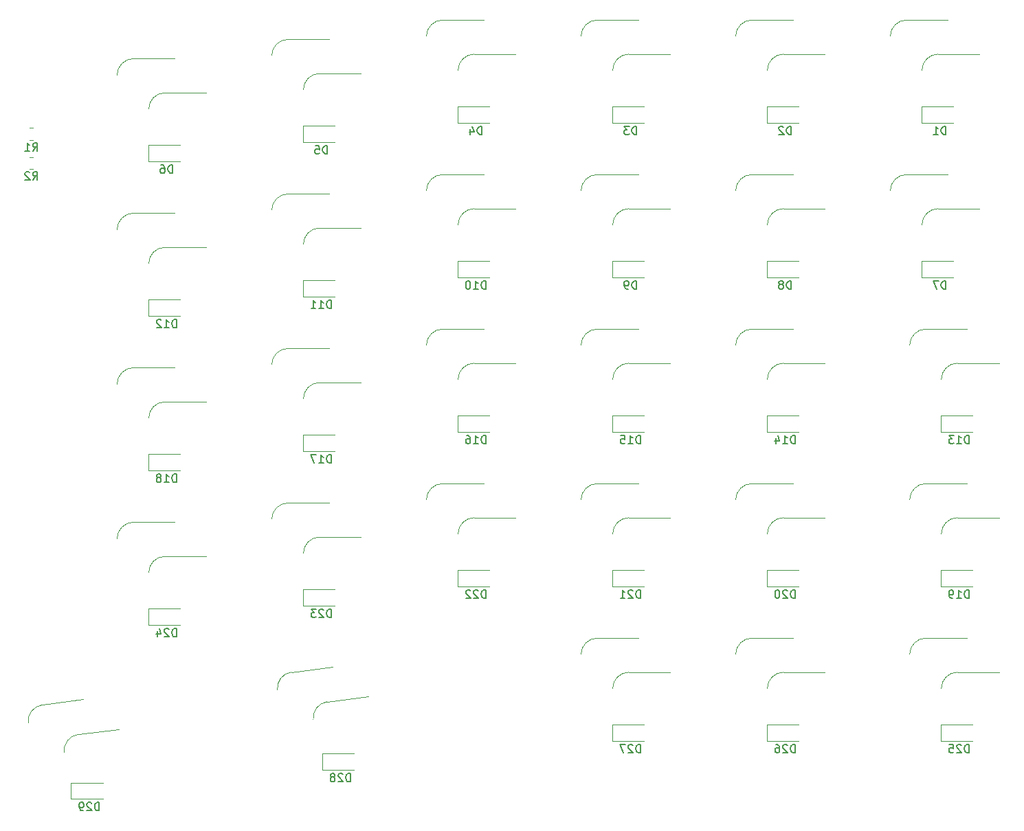
<source format=gbr>
%TF.GenerationSoftware,KiCad,Pcbnew,(6.0.4)*%
%TF.CreationDate,2022-10-11T17:37:43-05:00*%
%TF.ProjectId,GummyKey_Right,47756d6d-794b-4657-995f-52696768742e,rev?*%
%TF.SameCoordinates,Original*%
%TF.FileFunction,Legend,Bot*%
%TF.FilePolarity,Positive*%
%FSLAX46Y46*%
G04 Gerber Fmt 4.6, Leading zero omitted, Abs format (unit mm)*
G04 Created by KiCad (PCBNEW (6.0.4)) date 2022-10-11 17:37:43*
%MOMM*%
%LPD*%
G01*
G04 APERTURE LIST*
%ADD10C,0.150000*%
%ADD11C,0.120000*%
G04 APERTURE END LIST*
D10*
%TO.C,D16*%
X144089285Y-100083630D02*
X144089285Y-99083630D01*
X143851190Y-99083630D01*
X143708333Y-99131250D01*
X143613095Y-99226488D01*
X143565476Y-99321726D01*
X143517857Y-99512202D01*
X143517857Y-99655059D01*
X143565476Y-99845535D01*
X143613095Y-99940773D01*
X143708333Y-100036011D01*
X143851190Y-100083630D01*
X144089285Y-100083630D01*
X142565476Y-100083630D02*
X143136904Y-100083630D01*
X142851190Y-100083630D02*
X142851190Y-99083630D01*
X142946428Y-99226488D01*
X143041666Y-99321726D01*
X143136904Y-99369345D01*
X141708333Y-99083630D02*
X141898809Y-99083630D01*
X141994047Y-99131250D01*
X142041666Y-99178869D01*
X142136904Y-99321726D01*
X142184523Y-99512202D01*
X142184523Y-99893154D01*
X142136904Y-99988392D01*
X142089285Y-100036011D01*
X141994047Y-100083630D01*
X141803571Y-100083630D01*
X141708333Y-100036011D01*
X141660714Y-99988392D01*
X141613095Y-99893154D01*
X141613095Y-99655059D01*
X141660714Y-99559821D01*
X141708333Y-99512202D01*
X141803571Y-99464583D01*
X141994047Y-99464583D01*
X142089285Y-99512202D01*
X142136904Y-99559821D01*
X142184523Y-99655059D01*
%TO.C,D14*%
X182189285Y-100083630D02*
X182189285Y-99083630D01*
X181951190Y-99083630D01*
X181808333Y-99131250D01*
X181713095Y-99226488D01*
X181665476Y-99321726D01*
X181617857Y-99512202D01*
X181617857Y-99655059D01*
X181665476Y-99845535D01*
X181713095Y-99940773D01*
X181808333Y-100036011D01*
X181951190Y-100083630D01*
X182189285Y-100083630D01*
X180665476Y-100083630D02*
X181236904Y-100083630D01*
X180951190Y-100083630D02*
X180951190Y-99083630D01*
X181046428Y-99226488D01*
X181141666Y-99321726D01*
X181236904Y-99369345D01*
X179808333Y-99416964D02*
X179808333Y-100083630D01*
X180046428Y-99036011D02*
X180284523Y-99750297D01*
X179665476Y-99750297D01*
%TO.C,D12*%
X105989285Y-85796130D02*
X105989285Y-84796130D01*
X105751190Y-84796130D01*
X105608333Y-84843750D01*
X105513095Y-84938988D01*
X105465476Y-85034226D01*
X105417857Y-85224702D01*
X105417857Y-85367559D01*
X105465476Y-85558035D01*
X105513095Y-85653273D01*
X105608333Y-85748511D01*
X105751190Y-85796130D01*
X105989285Y-85796130D01*
X104465476Y-85796130D02*
X105036904Y-85796130D01*
X104751190Y-85796130D02*
X104751190Y-84796130D01*
X104846428Y-84938988D01*
X104941666Y-85034226D01*
X105036904Y-85081845D01*
X104084523Y-84891369D02*
X104036904Y-84843750D01*
X103941666Y-84796130D01*
X103703571Y-84796130D01*
X103608333Y-84843750D01*
X103560714Y-84891369D01*
X103513095Y-84986607D01*
X103513095Y-85081845D01*
X103560714Y-85224702D01*
X104132142Y-85796130D01*
X103513095Y-85796130D01*
%TO.C,D4*%
X143613095Y-61983630D02*
X143613095Y-60983630D01*
X143375000Y-60983630D01*
X143232142Y-61031250D01*
X143136904Y-61126488D01*
X143089285Y-61221726D01*
X143041666Y-61412202D01*
X143041666Y-61555059D01*
X143089285Y-61745535D01*
X143136904Y-61840773D01*
X143232142Y-61936011D01*
X143375000Y-61983630D01*
X143613095Y-61983630D01*
X142184523Y-61316964D02*
X142184523Y-61983630D01*
X142422619Y-60936011D02*
X142660714Y-61650297D01*
X142041666Y-61650297D01*
%TO.C,D27*%
X163139285Y-138183630D02*
X163139285Y-137183630D01*
X162901190Y-137183630D01*
X162758333Y-137231250D01*
X162663095Y-137326488D01*
X162615476Y-137421726D01*
X162567857Y-137612202D01*
X162567857Y-137755059D01*
X162615476Y-137945535D01*
X162663095Y-138040773D01*
X162758333Y-138136011D01*
X162901190Y-138183630D01*
X163139285Y-138183630D01*
X162186904Y-137278869D02*
X162139285Y-137231250D01*
X162044047Y-137183630D01*
X161805952Y-137183630D01*
X161710714Y-137231250D01*
X161663095Y-137278869D01*
X161615476Y-137374107D01*
X161615476Y-137469345D01*
X161663095Y-137612202D01*
X162234523Y-138183630D01*
X161615476Y-138183630D01*
X161282142Y-137183630D02*
X160615476Y-137183630D01*
X161044047Y-138183630D01*
%TO.C,R1*%
X88272916Y-64014880D02*
X88606250Y-63538690D01*
X88844345Y-64014880D02*
X88844345Y-63014880D01*
X88463392Y-63014880D01*
X88368154Y-63062500D01*
X88320535Y-63110119D01*
X88272916Y-63205357D01*
X88272916Y-63348214D01*
X88320535Y-63443452D01*
X88368154Y-63491071D01*
X88463392Y-63538690D01*
X88844345Y-63538690D01*
X87320535Y-64014880D02*
X87891964Y-64014880D01*
X87606250Y-64014880D02*
X87606250Y-63014880D01*
X87701488Y-63157738D01*
X87796726Y-63252976D01*
X87891964Y-63300595D01*
%TO.C,D24*%
X105989285Y-123896130D02*
X105989285Y-122896130D01*
X105751190Y-122896130D01*
X105608333Y-122943750D01*
X105513095Y-123038988D01*
X105465476Y-123134226D01*
X105417857Y-123324702D01*
X105417857Y-123467559D01*
X105465476Y-123658035D01*
X105513095Y-123753273D01*
X105608333Y-123848511D01*
X105751190Y-123896130D01*
X105989285Y-123896130D01*
X105036904Y-122991369D02*
X104989285Y-122943750D01*
X104894047Y-122896130D01*
X104655952Y-122896130D01*
X104560714Y-122943750D01*
X104513095Y-122991369D01*
X104465476Y-123086607D01*
X104465476Y-123181845D01*
X104513095Y-123324702D01*
X105084523Y-123896130D01*
X104465476Y-123896130D01*
X103608333Y-123229464D02*
X103608333Y-123896130D01*
X103846428Y-122848511D02*
X104084523Y-123562797D01*
X103465476Y-123562797D01*
%TO.C,D29*%
X96464285Y-145327380D02*
X96464285Y-144327380D01*
X96226190Y-144327380D01*
X96083333Y-144375000D01*
X95988095Y-144470238D01*
X95940476Y-144565476D01*
X95892857Y-144755952D01*
X95892857Y-144898809D01*
X95940476Y-145089285D01*
X95988095Y-145184523D01*
X96083333Y-145279761D01*
X96226190Y-145327380D01*
X96464285Y-145327380D01*
X95511904Y-144422619D02*
X95464285Y-144375000D01*
X95369047Y-144327380D01*
X95130952Y-144327380D01*
X95035714Y-144375000D01*
X94988095Y-144422619D01*
X94940476Y-144517857D01*
X94940476Y-144613095D01*
X94988095Y-144755952D01*
X95559523Y-145327380D01*
X94940476Y-145327380D01*
X94464285Y-145327380D02*
X94273809Y-145327380D01*
X94178571Y-145279761D01*
X94130952Y-145232142D01*
X94035714Y-145089285D01*
X93988095Y-144898809D01*
X93988095Y-144517857D01*
X94035714Y-144422619D01*
X94083333Y-144375000D01*
X94178571Y-144327380D01*
X94369047Y-144327380D01*
X94464285Y-144375000D01*
X94511904Y-144422619D01*
X94559523Y-144517857D01*
X94559523Y-144755952D01*
X94511904Y-144851190D01*
X94464285Y-144898809D01*
X94369047Y-144946428D01*
X94178571Y-144946428D01*
X94083333Y-144898809D01*
X94035714Y-144851190D01*
X93988095Y-144755952D01*
%TO.C,D10*%
X144089285Y-81033630D02*
X144089285Y-80033630D01*
X143851190Y-80033630D01*
X143708333Y-80081250D01*
X143613095Y-80176488D01*
X143565476Y-80271726D01*
X143517857Y-80462202D01*
X143517857Y-80605059D01*
X143565476Y-80795535D01*
X143613095Y-80890773D01*
X143708333Y-80986011D01*
X143851190Y-81033630D01*
X144089285Y-81033630D01*
X142565476Y-81033630D02*
X143136904Y-81033630D01*
X142851190Y-81033630D02*
X142851190Y-80033630D01*
X142946428Y-80176488D01*
X143041666Y-80271726D01*
X143136904Y-80319345D01*
X141946428Y-80033630D02*
X141851190Y-80033630D01*
X141755952Y-80081250D01*
X141708333Y-80128869D01*
X141660714Y-80224107D01*
X141613095Y-80414583D01*
X141613095Y-80652678D01*
X141660714Y-80843154D01*
X141708333Y-80938392D01*
X141755952Y-80986011D01*
X141851190Y-81033630D01*
X141946428Y-81033630D01*
X142041666Y-80986011D01*
X142089285Y-80938392D01*
X142136904Y-80843154D01*
X142184523Y-80652678D01*
X142184523Y-80414583D01*
X142136904Y-80224107D01*
X142089285Y-80128869D01*
X142041666Y-80081250D01*
X141946428Y-80033630D01*
%TO.C,D13*%
X203620535Y-100083630D02*
X203620535Y-99083630D01*
X203382440Y-99083630D01*
X203239583Y-99131250D01*
X203144345Y-99226488D01*
X203096726Y-99321726D01*
X203049107Y-99512202D01*
X203049107Y-99655059D01*
X203096726Y-99845535D01*
X203144345Y-99940773D01*
X203239583Y-100036011D01*
X203382440Y-100083630D01*
X203620535Y-100083630D01*
X202096726Y-100083630D02*
X202668154Y-100083630D01*
X202382440Y-100083630D02*
X202382440Y-99083630D01*
X202477678Y-99226488D01*
X202572916Y-99321726D01*
X202668154Y-99369345D01*
X201763392Y-99083630D02*
X201144345Y-99083630D01*
X201477678Y-99464583D01*
X201334821Y-99464583D01*
X201239583Y-99512202D01*
X201191964Y-99559821D01*
X201144345Y-99655059D01*
X201144345Y-99893154D01*
X201191964Y-99988392D01*
X201239583Y-100036011D01*
X201334821Y-100083630D01*
X201620535Y-100083630D01*
X201715773Y-100036011D01*
X201763392Y-99988392D01*
%TO.C,D22*%
X144089285Y-119133630D02*
X144089285Y-118133630D01*
X143851190Y-118133630D01*
X143708333Y-118181250D01*
X143613095Y-118276488D01*
X143565476Y-118371726D01*
X143517857Y-118562202D01*
X143517857Y-118705059D01*
X143565476Y-118895535D01*
X143613095Y-118990773D01*
X143708333Y-119086011D01*
X143851190Y-119133630D01*
X144089285Y-119133630D01*
X143136904Y-118228869D02*
X143089285Y-118181250D01*
X142994047Y-118133630D01*
X142755952Y-118133630D01*
X142660714Y-118181250D01*
X142613095Y-118228869D01*
X142565476Y-118324107D01*
X142565476Y-118419345D01*
X142613095Y-118562202D01*
X143184523Y-119133630D01*
X142565476Y-119133630D01*
X142184523Y-118228869D02*
X142136904Y-118181250D01*
X142041666Y-118133630D01*
X141803571Y-118133630D01*
X141708333Y-118181250D01*
X141660714Y-118228869D01*
X141613095Y-118324107D01*
X141613095Y-118419345D01*
X141660714Y-118562202D01*
X142232142Y-119133630D01*
X141613095Y-119133630D01*
%TO.C,D25*%
X203620535Y-138183630D02*
X203620535Y-137183630D01*
X203382440Y-137183630D01*
X203239583Y-137231250D01*
X203144345Y-137326488D01*
X203096726Y-137421726D01*
X203049107Y-137612202D01*
X203049107Y-137755059D01*
X203096726Y-137945535D01*
X203144345Y-138040773D01*
X203239583Y-138136011D01*
X203382440Y-138183630D01*
X203620535Y-138183630D01*
X202668154Y-137278869D02*
X202620535Y-137231250D01*
X202525297Y-137183630D01*
X202287202Y-137183630D01*
X202191964Y-137231250D01*
X202144345Y-137278869D01*
X202096726Y-137374107D01*
X202096726Y-137469345D01*
X202144345Y-137612202D01*
X202715773Y-138183630D01*
X202096726Y-138183630D01*
X201191964Y-137183630D02*
X201668154Y-137183630D01*
X201715773Y-137659821D01*
X201668154Y-137612202D01*
X201572916Y-137564583D01*
X201334821Y-137564583D01*
X201239583Y-137612202D01*
X201191964Y-137659821D01*
X201144345Y-137755059D01*
X201144345Y-137993154D01*
X201191964Y-138088392D01*
X201239583Y-138136011D01*
X201334821Y-138183630D01*
X201572916Y-138183630D01*
X201668154Y-138136011D01*
X201715773Y-138088392D01*
%TO.C,D15*%
X163139285Y-100083630D02*
X163139285Y-99083630D01*
X162901190Y-99083630D01*
X162758333Y-99131250D01*
X162663095Y-99226488D01*
X162615476Y-99321726D01*
X162567857Y-99512202D01*
X162567857Y-99655059D01*
X162615476Y-99845535D01*
X162663095Y-99940773D01*
X162758333Y-100036011D01*
X162901190Y-100083630D01*
X163139285Y-100083630D01*
X161615476Y-100083630D02*
X162186904Y-100083630D01*
X161901190Y-100083630D02*
X161901190Y-99083630D01*
X161996428Y-99226488D01*
X162091666Y-99321726D01*
X162186904Y-99369345D01*
X160710714Y-99083630D02*
X161186904Y-99083630D01*
X161234523Y-99559821D01*
X161186904Y-99512202D01*
X161091666Y-99464583D01*
X160853571Y-99464583D01*
X160758333Y-99512202D01*
X160710714Y-99559821D01*
X160663095Y-99655059D01*
X160663095Y-99893154D01*
X160710714Y-99988392D01*
X160758333Y-100036011D01*
X160853571Y-100083630D01*
X161091666Y-100083630D01*
X161186904Y-100036011D01*
X161234523Y-99988392D01*
%TO.C,D5*%
X124563095Y-64364880D02*
X124563095Y-63364880D01*
X124325000Y-63364880D01*
X124182142Y-63412500D01*
X124086904Y-63507738D01*
X124039285Y-63602976D01*
X123991666Y-63793452D01*
X123991666Y-63936309D01*
X124039285Y-64126785D01*
X124086904Y-64222023D01*
X124182142Y-64317261D01*
X124325000Y-64364880D01*
X124563095Y-64364880D01*
X123086904Y-63364880D02*
X123563095Y-63364880D01*
X123610714Y-63841071D01*
X123563095Y-63793452D01*
X123467857Y-63745833D01*
X123229761Y-63745833D01*
X123134523Y-63793452D01*
X123086904Y-63841071D01*
X123039285Y-63936309D01*
X123039285Y-64174404D01*
X123086904Y-64269642D01*
X123134523Y-64317261D01*
X123229761Y-64364880D01*
X123467857Y-64364880D01*
X123563095Y-64317261D01*
X123610714Y-64269642D01*
%TO.C,D7*%
X200763095Y-81033630D02*
X200763095Y-80033630D01*
X200525000Y-80033630D01*
X200382142Y-80081250D01*
X200286904Y-80176488D01*
X200239285Y-80271726D01*
X200191666Y-80462202D01*
X200191666Y-80605059D01*
X200239285Y-80795535D01*
X200286904Y-80890773D01*
X200382142Y-80986011D01*
X200525000Y-81033630D01*
X200763095Y-81033630D01*
X199858333Y-80033630D02*
X199191666Y-80033630D01*
X199620238Y-81033630D01*
%TO.C,D28*%
X127420535Y-141755505D02*
X127420535Y-140755505D01*
X127182440Y-140755505D01*
X127039583Y-140803125D01*
X126944345Y-140898363D01*
X126896726Y-140993601D01*
X126849107Y-141184077D01*
X126849107Y-141326934D01*
X126896726Y-141517410D01*
X126944345Y-141612648D01*
X127039583Y-141707886D01*
X127182440Y-141755505D01*
X127420535Y-141755505D01*
X126468154Y-140850744D02*
X126420535Y-140803125D01*
X126325297Y-140755505D01*
X126087202Y-140755505D01*
X125991964Y-140803125D01*
X125944345Y-140850744D01*
X125896726Y-140945982D01*
X125896726Y-141041220D01*
X125944345Y-141184077D01*
X126515773Y-141755505D01*
X125896726Y-141755505D01*
X125325297Y-141184077D02*
X125420535Y-141136458D01*
X125468154Y-141088839D01*
X125515773Y-140993601D01*
X125515773Y-140945982D01*
X125468154Y-140850744D01*
X125420535Y-140803125D01*
X125325297Y-140755505D01*
X125134821Y-140755505D01*
X125039583Y-140803125D01*
X124991964Y-140850744D01*
X124944345Y-140945982D01*
X124944345Y-140993601D01*
X124991964Y-141088839D01*
X125039583Y-141136458D01*
X125134821Y-141184077D01*
X125325297Y-141184077D01*
X125420535Y-141231696D01*
X125468154Y-141279315D01*
X125515773Y-141374553D01*
X125515773Y-141565029D01*
X125468154Y-141660267D01*
X125420535Y-141707886D01*
X125325297Y-141755505D01*
X125134821Y-141755505D01*
X125039583Y-141707886D01*
X124991964Y-141660267D01*
X124944345Y-141565029D01*
X124944345Y-141374553D01*
X124991964Y-141279315D01*
X125039583Y-141231696D01*
X125134821Y-141184077D01*
%TO.C,D1*%
X200763095Y-61983630D02*
X200763095Y-60983630D01*
X200525000Y-60983630D01*
X200382142Y-61031250D01*
X200286904Y-61126488D01*
X200239285Y-61221726D01*
X200191666Y-61412202D01*
X200191666Y-61555059D01*
X200239285Y-61745535D01*
X200286904Y-61840773D01*
X200382142Y-61936011D01*
X200525000Y-61983630D01*
X200763095Y-61983630D01*
X199239285Y-61983630D02*
X199810714Y-61983630D01*
X199525000Y-61983630D02*
X199525000Y-60983630D01*
X199620238Y-61126488D01*
X199715476Y-61221726D01*
X199810714Y-61269345D01*
%TO.C,D23*%
X125039285Y-121514880D02*
X125039285Y-120514880D01*
X124801190Y-120514880D01*
X124658333Y-120562500D01*
X124563095Y-120657738D01*
X124515476Y-120752976D01*
X124467857Y-120943452D01*
X124467857Y-121086309D01*
X124515476Y-121276785D01*
X124563095Y-121372023D01*
X124658333Y-121467261D01*
X124801190Y-121514880D01*
X125039285Y-121514880D01*
X124086904Y-120610119D02*
X124039285Y-120562500D01*
X123944047Y-120514880D01*
X123705952Y-120514880D01*
X123610714Y-120562500D01*
X123563095Y-120610119D01*
X123515476Y-120705357D01*
X123515476Y-120800595D01*
X123563095Y-120943452D01*
X124134523Y-121514880D01*
X123515476Y-121514880D01*
X123182142Y-120514880D02*
X122563095Y-120514880D01*
X122896428Y-120895833D01*
X122753571Y-120895833D01*
X122658333Y-120943452D01*
X122610714Y-120991071D01*
X122563095Y-121086309D01*
X122563095Y-121324404D01*
X122610714Y-121419642D01*
X122658333Y-121467261D01*
X122753571Y-121514880D01*
X123039285Y-121514880D01*
X123134523Y-121467261D01*
X123182142Y-121419642D01*
%TO.C,D9*%
X162663095Y-81033630D02*
X162663095Y-80033630D01*
X162425000Y-80033630D01*
X162282142Y-80081250D01*
X162186904Y-80176488D01*
X162139285Y-80271726D01*
X162091666Y-80462202D01*
X162091666Y-80605059D01*
X162139285Y-80795535D01*
X162186904Y-80890773D01*
X162282142Y-80986011D01*
X162425000Y-81033630D01*
X162663095Y-81033630D01*
X161615476Y-81033630D02*
X161425000Y-81033630D01*
X161329761Y-80986011D01*
X161282142Y-80938392D01*
X161186904Y-80795535D01*
X161139285Y-80605059D01*
X161139285Y-80224107D01*
X161186904Y-80128869D01*
X161234523Y-80081250D01*
X161329761Y-80033630D01*
X161520238Y-80033630D01*
X161615476Y-80081250D01*
X161663095Y-80128869D01*
X161710714Y-80224107D01*
X161710714Y-80462202D01*
X161663095Y-80557440D01*
X161615476Y-80605059D01*
X161520238Y-80652678D01*
X161329761Y-80652678D01*
X161234523Y-80605059D01*
X161186904Y-80557440D01*
X161139285Y-80462202D01*
%TO.C,D20*%
X182189285Y-119133630D02*
X182189285Y-118133630D01*
X181951190Y-118133630D01*
X181808333Y-118181250D01*
X181713095Y-118276488D01*
X181665476Y-118371726D01*
X181617857Y-118562202D01*
X181617857Y-118705059D01*
X181665476Y-118895535D01*
X181713095Y-118990773D01*
X181808333Y-119086011D01*
X181951190Y-119133630D01*
X182189285Y-119133630D01*
X181236904Y-118228869D02*
X181189285Y-118181250D01*
X181094047Y-118133630D01*
X180855952Y-118133630D01*
X180760714Y-118181250D01*
X180713095Y-118228869D01*
X180665476Y-118324107D01*
X180665476Y-118419345D01*
X180713095Y-118562202D01*
X181284523Y-119133630D01*
X180665476Y-119133630D01*
X180046428Y-118133630D02*
X179951190Y-118133630D01*
X179855952Y-118181250D01*
X179808333Y-118228869D01*
X179760714Y-118324107D01*
X179713095Y-118514583D01*
X179713095Y-118752678D01*
X179760714Y-118943154D01*
X179808333Y-119038392D01*
X179855952Y-119086011D01*
X179951190Y-119133630D01*
X180046428Y-119133630D01*
X180141666Y-119086011D01*
X180189285Y-119038392D01*
X180236904Y-118943154D01*
X180284523Y-118752678D01*
X180284523Y-118514583D01*
X180236904Y-118324107D01*
X180189285Y-118228869D01*
X180141666Y-118181250D01*
X180046428Y-118133630D01*
%TO.C,R2*%
X88272916Y-67586755D02*
X88606250Y-67110565D01*
X88844345Y-67586755D02*
X88844345Y-66586755D01*
X88463392Y-66586755D01*
X88368154Y-66634375D01*
X88320535Y-66681994D01*
X88272916Y-66777232D01*
X88272916Y-66920089D01*
X88320535Y-67015327D01*
X88368154Y-67062946D01*
X88463392Y-67110565D01*
X88844345Y-67110565D01*
X87891964Y-66681994D02*
X87844345Y-66634375D01*
X87749107Y-66586755D01*
X87511011Y-66586755D01*
X87415773Y-66634375D01*
X87368154Y-66681994D01*
X87320535Y-66777232D01*
X87320535Y-66872470D01*
X87368154Y-67015327D01*
X87939583Y-67586755D01*
X87320535Y-67586755D01*
%TO.C,D11*%
X125039285Y-83414880D02*
X125039285Y-82414880D01*
X124801190Y-82414880D01*
X124658333Y-82462500D01*
X124563095Y-82557738D01*
X124515476Y-82652976D01*
X124467857Y-82843452D01*
X124467857Y-82986309D01*
X124515476Y-83176785D01*
X124563095Y-83272023D01*
X124658333Y-83367261D01*
X124801190Y-83414880D01*
X125039285Y-83414880D01*
X123515476Y-83414880D02*
X124086904Y-83414880D01*
X123801190Y-83414880D02*
X123801190Y-82414880D01*
X123896428Y-82557738D01*
X123991666Y-82652976D01*
X124086904Y-82700595D01*
X122563095Y-83414880D02*
X123134523Y-83414880D01*
X122848809Y-83414880D02*
X122848809Y-82414880D01*
X122944047Y-82557738D01*
X123039285Y-82652976D01*
X123134523Y-82700595D01*
%TO.C,D17*%
X125039285Y-102464880D02*
X125039285Y-101464880D01*
X124801190Y-101464880D01*
X124658333Y-101512500D01*
X124563095Y-101607738D01*
X124515476Y-101702976D01*
X124467857Y-101893452D01*
X124467857Y-102036309D01*
X124515476Y-102226785D01*
X124563095Y-102322023D01*
X124658333Y-102417261D01*
X124801190Y-102464880D01*
X125039285Y-102464880D01*
X123515476Y-102464880D02*
X124086904Y-102464880D01*
X123801190Y-102464880D02*
X123801190Y-101464880D01*
X123896428Y-101607738D01*
X123991666Y-101702976D01*
X124086904Y-101750595D01*
X123182142Y-101464880D02*
X122515476Y-101464880D01*
X122944047Y-102464880D01*
%TO.C,D26*%
X182189285Y-138183630D02*
X182189285Y-137183630D01*
X181951190Y-137183630D01*
X181808333Y-137231250D01*
X181713095Y-137326488D01*
X181665476Y-137421726D01*
X181617857Y-137612202D01*
X181617857Y-137755059D01*
X181665476Y-137945535D01*
X181713095Y-138040773D01*
X181808333Y-138136011D01*
X181951190Y-138183630D01*
X182189285Y-138183630D01*
X181236904Y-137278869D02*
X181189285Y-137231250D01*
X181094047Y-137183630D01*
X180855952Y-137183630D01*
X180760714Y-137231250D01*
X180713095Y-137278869D01*
X180665476Y-137374107D01*
X180665476Y-137469345D01*
X180713095Y-137612202D01*
X181284523Y-138183630D01*
X180665476Y-138183630D01*
X179808333Y-137183630D02*
X179998809Y-137183630D01*
X180094047Y-137231250D01*
X180141666Y-137278869D01*
X180236904Y-137421726D01*
X180284523Y-137612202D01*
X180284523Y-137993154D01*
X180236904Y-138088392D01*
X180189285Y-138136011D01*
X180094047Y-138183630D01*
X179903571Y-138183630D01*
X179808333Y-138136011D01*
X179760714Y-138088392D01*
X179713095Y-137993154D01*
X179713095Y-137755059D01*
X179760714Y-137659821D01*
X179808333Y-137612202D01*
X179903571Y-137564583D01*
X180094047Y-137564583D01*
X180189285Y-137612202D01*
X180236904Y-137659821D01*
X180284523Y-137755059D01*
%TO.C,D21*%
X163139285Y-119133630D02*
X163139285Y-118133630D01*
X162901190Y-118133630D01*
X162758333Y-118181250D01*
X162663095Y-118276488D01*
X162615476Y-118371726D01*
X162567857Y-118562202D01*
X162567857Y-118705059D01*
X162615476Y-118895535D01*
X162663095Y-118990773D01*
X162758333Y-119086011D01*
X162901190Y-119133630D01*
X163139285Y-119133630D01*
X162186904Y-118228869D02*
X162139285Y-118181250D01*
X162044047Y-118133630D01*
X161805952Y-118133630D01*
X161710714Y-118181250D01*
X161663095Y-118228869D01*
X161615476Y-118324107D01*
X161615476Y-118419345D01*
X161663095Y-118562202D01*
X162234523Y-119133630D01*
X161615476Y-119133630D01*
X160663095Y-119133630D02*
X161234523Y-119133630D01*
X160948809Y-119133630D02*
X160948809Y-118133630D01*
X161044047Y-118276488D01*
X161139285Y-118371726D01*
X161234523Y-118419345D01*
%TO.C,D3*%
X162663095Y-61983630D02*
X162663095Y-60983630D01*
X162425000Y-60983630D01*
X162282142Y-61031250D01*
X162186904Y-61126488D01*
X162139285Y-61221726D01*
X162091666Y-61412202D01*
X162091666Y-61555059D01*
X162139285Y-61745535D01*
X162186904Y-61840773D01*
X162282142Y-61936011D01*
X162425000Y-61983630D01*
X162663095Y-61983630D01*
X161758333Y-60983630D02*
X161139285Y-60983630D01*
X161472619Y-61364583D01*
X161329761Y-61364583D01*
X161234523Y-61412202D01*
X161186904Y-61459821D01*
X161139285Y-61555059D01*
X161139285Y-61793154D01*
X161186904Y-61888392D01*
X161234523Y-61936011D01*
X161329761Y-61983630D01*
X161615476Y-61983630D01*
X161710714Y-61936011D01*
X161758333Y-61888392D01*
%TO.C,D18*%
X105989285Y-104846130D02*
X105989285Y-103846130D01*
X105751190Y-103846130D01*
X105608333Y-103893750D01*
X105513095Y-103988988D01*
X105465476Y-104084226D01*
X105417857Y-104274702D01*
X105417857Y-104417559D01*
X105465476Y-104608035D01*
X105513095Y-104703273D01*
X105608333Y-104798511D01*
X105751190Y-104846130D01*
X105989285Y-104846130D01*
X104465476Y-104846130D02*
X105036904Y-104846130D01*
X104751190Y-104846130D02*
X104751190Y-103846130D01*
X104846428Y-103988988D01*
X104941666Y-104084226D01*
X105036904Y-104131845D01*
X103894047Y-104274702D02*
X103989285Y-104227083D01*
X104036904Y-104179464D01*
X104084523Y-104084226D01*
X104084523Y-104036607D01*
X104036904Y-103941369D01*
X103989285Y-103893750D01*
X103894047Y-103846130D01*
X103703571Y-103846130D01*
X103608333Y-103893750D01*
X103560714Y-103941369D01*
X103513095Y-104036607D01*
X103513095Y-104084226D01*
X103560714Y-104179464D01*
X103608333Y-104227083D01*
X103703571Y-104274702D01*
X103894047Y-104274702D01*
X103989285Y-104322321D01*
X104036904Y-104369940D01*
X104084523Y-104465178D01*
X104084523Y-104655654D01*
X104036904Y-104750892D01*
X103989285Y-104798511D01*
X103894047Y-104846130D01*
X103703571Y-104846130D01*
X103608333Y-104798511D01*
X103560714Y-104750892D01*
X103513095Y-104655654D01*
X103513095Y-104465178D01*
X103560714Y-104369940D01*
X103608333Y-104322321D01*
X103703571Y-104274702D01*
%TO.C,D8*%
X181713095Y-81033630D02*
X181713095Y-80033630D01*
X181475000Y-80033630D01*
X181332142Y-80081250D01*
X181236904Y-80176488D01*
X181189285Y-80271726D01*
X181141666Y-80462202D01*
X181141666Y-80605059D01*
X181189285Y-80795535D01*
X181236904Y-80890773D01*
X181332142Y-80986011D01*
X181475000Y-81033630D01*
X181713095Y-81033630D01*
X180570238Y-80462202D02*
X180665476Y-80414583D01*
X180713095Y-80366964D01*
X180760714Y-80271726D01*
X180760714Y-80224107D01*
X180713095Y-80128869D01*
X180665476Y-80081250D01*
X180570238Y-80033630D01*
X180379761Y-80033630D01*
X180284523Y-80081250D01*
X180236904Y-80128869D01*
X180189285Y-80224107D01*
X180189285Y-80271726D01*
X180236904Y-80366964D01*
X180284523Y-80414583D01*
X180379761Y-80462202D01*
X180570238Y-80462202D01*
X180665476Y-80509821D01*
X180713095Y-80557440D01*
X180760714Y-80652678D01*
X180760714Y-80843154D01*
X180713095Y-80938392D01*
X180665476Y-80986011D01*
X180570238Y-81033630D01*
X180379761Y-81033630D01*
X180284523Y-80986011D01*
X180236904Y-80938392D01*
X180189285Y-80843154D01*
X180189285Y-80652678D01*
X180236904Y-80557440D01*
X180284523Y-80509821D01*
X180379761Y-80462202D01*
%TO.C,D19*%
X203620535Y-119133630D02*
X203620535Y-118133630D01*
X203382440Y-118133630D01*
X203239583Y-118181250D01*
X203144345Y-118276488D01*
X203096726Y-118371726D01*
X203049107Y-118562202D01*
X203049107Y-118705059D01*
X203096726Y-118895535D01*
X203144345Y-118990773D01*
X203239583Y-119086011D01*
X203382440Y-119133630D01*
X203620535Y-119133630D01*
X202096726Y-119133630D02*
X202668154Y-119133630D01*
X202382440Y-119133630D02*
X202382440Y-118133630D01*
X202477678Y-118276488D01*
X202572916Y-118371726D01*
X202668154Y-118419345D01*
X201620535Y-119133630D02*
X201430059Y-119133630D01*
X201334821Y-119086011D01*
X201287202Y-119038392D01*
X201191964Y-118895535D01*
X201144345Y-118705059D01*
X201144345Y-118324107D01*
X201191964Y-118228869D01*
X201239583Y-118181250D01*
X201334821Y-118133630D01*
X201525297Y-118133630D01*
X201620535Y-118181250D01*
X201668154Y-118228869D01*
X201715773Y-118324107D01*
X201715773Y-118562202D01*
X201668154Y-118657440D01*
X201620535Y-118705059D01*
X201525297Y-118752678D01*
X201334821Y-118752678D01*
X201239583Y-118705059D01*
X201191964Y-118657440D01*
X201144345Y-118562202D01*
%TO.C,D6*%
X105513095Y-66746130D02*
X105513095Y-65746130D01*
X105275000Y-65746130D01*
X105132142Y-65793750D01*
X105036904Y-65888988D01*
X104989285Y-65984226D01*
X104941666Y-66174702D01*
X104941666Y-66317559D01*
X104989285Y-66508035D01*
X105036904Y-66603273D01*
X105132142Y-66698511D01*
X105275000Y-66746130D01*
X105513095Y-66746130D01*
X104084523Y-65746130D02*
X104275000Y-65746130D01*
X104370238Y-65793750D01*
X104417857Y-65841369D01*
X104513095Y-65984226D01*
X104560714Y-66174702D01*
X104560714Y-66555654D01*
X104513095Y-66650892D01*
X104465476Y-66698511D01*
X104370238Y-66746130D01*
X104179761Y-66746130D01*
X104084523Y-66698511D01*
X104036904Y-66650892D01*
X103989285Y-66555654D01*
X103989285Y-66317559D01*
X104036904Y-66222321D01*
X104084523Y-66174702D01*
X104179761Y-66127083D01*
X104370238Y-66127083D01*
X104465476Y-66174702D01*
X104513095Y-66222321D01*
X104560714Y-66317559D01*
%TO.C,D2*%
X181713095Y-61983630D02*
X181713095Y-60983630D01*
X181475000Y-60983630D01*
X181332142Y-61031250D01*
X181236904Y-61126488D01*
X181189285Y-61221726D01*
X181141666Y-61412202D01*
X181141666Y-61555059D01*
X181189285Y-61745535D01*
X181236904Y-61840773D01*
X181332142Y-61936011D01*
X181475000Y-61983630D01*
X181713095Y-61983630D01*
X180760714Y-61078869D02*
X180713095Y-61031250D01*
X180617857Y-60983630D01*
X180379761Y-60983630D01*
X180284523Y-61031250D01*
X180236904Y-61078869D01*
X180189285Y-61174107D01*
X180189285Y-61269345D01*
X180236904Y-61412202D01*
X180808333Y-61983630D01*
X180189285Y-61983630D01*
D11*
%TO.C,K14*%
X180775000Y-90168750D02*
X185875000Y-90168750D01*
X176875000Y-85968750D02*
X181975000Y-85968750D01*
X176875000Y-85968750D02*
G75*
G03*
X174875000Y-87968750I-1J-1999999D01*
G01*
X180775000Y-90168750D02*
G75*
G03*
X178775000Y-92168750I-1J-1999999D01*
G01*
%TO.C,K10*%
X142675000Y-71118750D02*
X147775000Y-71118750D01*
X138775000Y-66918750D02*
X143875000Y-66918750D01*
X142675000Y-71118750D02*
G75*
G03*
X140675000Y-73118750I-1J-1999999D01*
G01*
X138775000Y-66918750D02*
G75*
G03*
X136775000Y-68918750I-1J-1999999D01*
G01*
%TO.C,K8*%
X180775000Y-71118750D02*
X185875000Y-71118750D01*
X176875000Y-66918750D02*
X181975000Y-66918750D01*
X180775000Y-71118750D02*
G75*
G03*
X178775000Y-73118750I-1J-1999999D01*
G01*
X176875000Y-66918750D02*
G75*
G03*
X174875000Y-68918750I-1J-1999999D01*
G01*
%TO.C,K24*%
X100675000Y-109781250D02*
X105775000Y-109781250D01*
X104575000Y-113981250D02*
X109675000Y-113981250D01*
X100675000Y-109781250D02*
G75*
G03*
X98675000Y-111781250I-1J-1999999D01*
G01*
X104575000Y-113981250D02*
G75*
G03*
X102575000Y-115981250I-1J-1999999D01*
G01*
%TO.C,K5*%
X119725000Y-50250000D02*
X124825000Y-50250000D01*
X123625000Y-54450000D02*
X128725000Y-54450000D01*
X123625000Y-54450000D02*
G75*
G03*
X121625000Y-56450000I-1J-1999999D01*
G01*
X119725000Y-50250000D02*
G75*
G03*
X117725000Y-52250000I-1J-1999999D01*
G01*
%TO.C,K9*%
X161725000Y-71118750D02*
X166825000Y-71118750D01*
X157825000Y-66918750D02*
X162925000Y-66918750D01*
X157825000Y-66918750D02*
G75*
G03*
X155825000Y-68918750I-1J-1999999D01*
G01*
X161725000Y-71118750D02*
G75*
G03*
X159725000Y-73118750I-1J-1999999D01*
G01*
%TO.C,K16*%
X138775000Y-85968750D02*
X143875000Y-85968750D01*
X142675000Y-90168750D02*
X147775000Y-90168750D01*
X142675000Y-90168750D02*
G75*
G03*
X140675000Y-92168750I-1J-1999999D01*
G01*
X138775000Y-85968750D02*
G75*
G03*
X136775000Y-87968750I-1J-1999999D01*
G01*
%TO.C,K2*%
X176875000Y-47868750D02*
X181975000Y-47868750D01*
X180775000Y-52068750D02*
X185875000Y-52068750D01*
X176875000Y-47868750D02*
G75*
G03*
X174875000Y-49868750I-1J-1999999D01*
G01*
X180775000Y-52068750D02*
G75*
G03*
X178775000Y-54068750I-1J-1999999D01*
G01*
%TO.C,K11*%
X119725000Y-69300000D02*
X124825000Y-69300000D01*
X123625000Y-73500000D02*
X128725000Y-73500000D01*
X123625000Y-73500000D02*
G75*
G03*
X121625000Y-75500000I-1J-1999999D01*
G01*
X119725000Y-69300000D02*
G75*
G03*
X117725000Y-71300000I-1J-1999999D01*
G01*
%TO.C,K26*%
X180775000Y-128268750D02*
X185875000Y-128268750D01*
X176875000Y-124068750D02*
X181975000Y-124068750D01*
X176875000Y-124068750D02*
G75*
G03*
X174875000Y-126068750I-1J-1999999D01*
G01*
X180775000Y-128268750D02*
G75*
G03*
X178775000Y-130268750I-1J-1999999D01*
G01*
%TO.C,K21*%
X161725000Y-109218750D02*
X166825000Y-109218750D01*
X157825000Y-105018750D02*
X162925000Y-105018750D01*
X157825000Y-105018750D02*
G75*
G03*
X155825000Y-107018750I-1J-1999999D01*
G01*
X161725000Y-109218750D02*
G75*
G03*
X159725000Y-111218750I-1J-1999999D01*
G01*
%TO.C,K22*%
X138775000Y-105018750D02*
X143875000Y-105018750D01*
X142675000Y-109218750D02*
X147775000Y-109218750D01*
X142675000Y-109218750D02*
G75*
G03*
X140675000Y-111218750I-1J-1999999D01*
G01*
X138775000Y-105018750D02*
G75*
G03*
X136775000Y-107018750I-1J-1999999D01*
G01*
%TO.C,K4*%
X138775000Y-47868750D02*
X143875000Y-47868750D01*
X142675000Y-52068750D02*
X147775000Y-52068750D01*
X142675000Y-52068750D02*
G75*
G03*
X140675000Y-54068750I-1J-1999999D01*
G01*
X138775000Y-47868750D02*
G75*
G03*
X136775000Y-49868750I-1J-1999999D01*
G01*
%TO.C,K18*%
X100675000Y-90731250D02*
X105775000Y-90731250D01*
X104575000Y-94931250D02*
X109675000Y-94931250D01*
X104575000Y-94931250D02*
G75*
G03*
X102575000Y-96931250I-1J-1999999D01*
G01*
X100675000Y-90731250D02*
G75*
G03*
X98675000Y-92731250I-1J-1999999D01*
G01*
%TO.C,K7*%
X199825000Y-71118750D02*
X204925000Y-71118750D01*
X195925000Y-66918750D02*
X201025000Y-66918750D01*
X199825000Y-71118750D02*
G75*
G03*
X197825000Y-73118750I-1J-1999999D01*
G01*
X195925000Y-66918750D02*
G75*
G03*
X193925000Y-68918750I-1J-1999999D01*
G01*
%TO.C,K3*%
X161725000Y-52068750D02*
X166825000Y-52068750D01*
X157825000Y-47868750D02*
X162925000Y-47868750D01*
X157825000Y-47868750D02*
G75*
G03*
X155825000Y-49868750I-1J-1999999D01*
G01*
X161725000Y-52068750D02*
G75*
G03*
X159725000Y-54068750I-1J-1999999D01*
G01*
%TO.C,K23*%
X119725000Y-107400000D02*
X124825000Y-107400000D01*
X123625000Y-111600000D02*
X128725000Y-111600000D01*
X123625000Y-111600000D02*
G75*
G03*
X121625000Y-113600000I-1J-1999999D01*
G01*
X119725000Y-107400000D02*
G75*
G03*
X117725000Y-109400000I-1J-1999999D01*
G01*
%TO.C,K6*%
X104575000Y-56831250D02*
X109675000Y-56831250D01*
X100675000Y-52631250D02*
X105775000Y-52631250D01*
X104575000Y-56831250D02*
G75*
G03*
X102575000Y-58831250I-1J-1999999D01*
G01*
X100675000Y-52631250D02*
G75*
G03*
X98675000Y-54631250I-1J-1999999D01*
G01*
%TO.C,K19*%
X202206250Y-109218750D02*
X207306250Y-109218750D01*
X198306250Y-105018750D02*
X203406250Y-105018750D01*
X198306250Y-105018750D02*
G75*
G03*
X196306250Y-107018750I-1J-1999999D01*
G01*
X202206250Y-109218750D02*
G75*
G03*
X200206250Y-111218750I-1J-1999999D01*
G01*
%TO.C,K1*%
X195925000Y-47868750D02*
X201025000Y-47868750D01*
X199825000Y-52068750D02*
X204925000Y-52068750D01*
X195925000Y-47868750D02*
G75*
G03*
X193925000Y-49868750I-1J-1999999D01*
G01*
X199825000Y-52068750D02*
G75*
G03*
X197825000Y-54068750I-1J-1999999D01*
G01*
%TO.C,K15*%
X157825000Y-85968750D02*
X162925000Y-85968750D01*
X161725000Y-90168750D02*
X166825000Y-90168750D01*
X161725000Y-90168750D02*
G75*
G03*
X159725000Y-92168750I-1J-1999999D01*
G01*
X157825000Y-85968750D02*
G75*
G03*
X155825000Y-87968750I-1J-1999999D01*
G01*
%TO.C,K28*%
X124561710Y-131903544D02*
X129618079Y-131237861D01*
X120146865Y-128248528D02*
X125203234Y-127582844D01*
X120146865Y-128248528D02*
G75*
G03*
X118425028Y-130492470I261053J-1982890D01*
G01*
X124561710Y-131903544D02*
G75*
G03*
X122839873Y-134147486I261053J-1982890D01*
G01*
%TO.C,K20*%
X176875000Y-105018750D02*
X181975000Y-105018750D01*
X180775000Y-109218750D02*
X185875000Y-109218750D01*
X176875000Y-105018750D02*
G75*
G03*
X174875000Y-107018750I-1J-1999999D01*
G01*
X180775000Y-109218750D02*
G75*
G03*
X178775000Y-111218750I-1J-1999999D01*
G01*
%TO.C,K25*%
X202206250Y-128268750D02*
X207306250Y-128268750D01*
X198306250Y-124068750D02*
X203406250Y-124068750D01*
X198306250Y-124068750D02*
G75*
G03*
X196306250Y-126068750I-1J-1999999D01*
G01*
X202206250Y-128268750D02*
G75*
G03*
X200206250Y-130268750I-1J-1999999D01*
G01*
%TO.C,K27*%
X157825000Y-124068750D02*
X162925000Y-124068750D01*
X161725000Y-128268750D02*
X166825000Y-128268750D01*
X157825000Y-124068750D02*
G75*
G03*
X155825000Y-126068750I-1J-1999999D01*
G01*
X161725000Y-128268750D02*
G75*
G03*
X159725000Y-130268750I-1J-1999999D01*
G01*
%TO.C,K13*%
X202206250Y-90168750D02*
X207306250Y-90168750D01*
X198306250Y-85968750D02*
X203406250Y-85968750D01*
X198306250Y-85968750D02*
G75*
G03*
X196306250Y-87968750I-1J-1999999D01*
G01*
X202206250Y-90168750D02*
G75*
G03*
X200206250Y-92168750I-1J-1999999D01*
G01*
%TO.C,K29*%
X93870295Y-135944146D02*
X98926664Y-135278463D01*
X89455450Y-132289130D02*
X94511819Y-131623446D01*
X89455450Y-132289130D02*
G75*
G03*
X87733613Y-134533072I261053J-1982890D01*
G01*
X93870295Y-135944146D02*
G75*
G03*
X92148458Y-138188088I261053J-1982890D01*
G01*
%TO.C,K12*%
X104575000Y-75881250D02*
X109675000Y-75881250D01*
X100675000Y-71681250D02*
X105775000Y-71681250D01*
X100675000Y-71681250D02*
G75*
G03*
X98675000Y-73681250I-1J-1999999D01*
G01*
X104575000Y-75881250D02*
G75*
G03*
X102575000Y-77881250I-1J-1999999D01*
G01*
%TO.C,K17*%
X119725000Y-88350000D02*
X124825000Y-88350000D01*
X123625000Y-92550000D02*
X128725000Y-92550000D01*
X119725000Y-88350000D02*
G75*
G03*
X117725000Y-90350000I-1J-1999999D01*
G01*
X123625000Y-92550000D02*
G75*
G03*
X121625000Y-94550000I-1J-1999999D01*
G01*
%TO.C,D16*%
X140625000Y-96631250D02*
X144525000Y-96631250D01*
X140625000Y-98631250D02*
X140625000Y-96631250D01*
X140625000Y-98631250D02*
X144525000Y-98631250D01*
%TO.C,D14*%
X178725000Y-98631250D02*
X178725000Y-96631250D01*
X178725000Y-98631250D02*
X182625000Y-98631250D01*
X178725000Y-96631250D02*
X182625000Y-96631250D01*
%TO.C,D12*%
X102525000Y-84343750D02*
X106425000Y-84343750D01*
X102525000Y-82343750D02*
X106425000Y-82343750D01*
X102525000Y-84343750D02*
X102525000Y-82343750D01*
%TO.C,D4*%
X140625000Y-58531250D02*
X144525000Y-58531250D01*
X140625000Y-60531250D02*
X140625000Y-58531250D01*
X140625000Y-60531250D02*
X144525000Y-60531250D01*
%TO.C,D27*%
X159675000Y-134731250D02*
X163575000Y-134731250D01*
X159675000Y-136731250D02*
X159675000Y-134731250D01*
X159675000Y-136731250D02*
X163575000Y-136731250D01*
%TO.C,R1*%
X87879186Y-61177500D02*
X88333314Y-61177500D01*
X87879186Y-62647500D02*
X88333314Y-62647500D01*
%TO.C,D24*%
X102525000Y-122443750D02*
X102525000Y-120443750D01*
X102525000Y-120443750D02*
X106425000Y-120443750D01*
X102525000Y-122443750D02*
X106425000Y-122443750D01*
%TO.C,D29*%
X93000000Y-143875000D02*
X93000000Y-141875000D01*
X93000000Y-141875000D02*
X96900000Y-141875000D01*
X93000000Y-143875000D02*
X96900000Y-143875000D01*
%TO.C,D10*%
X140625000Y-79581250D02*
X144525000Y-79581250D01*
X140625000Y-79581250D02*
X140625000Y-77581250D01*
X140625000Y-77581250D02*
X144525000Y-77581250D01*
%TO.C,D13*%
X200156250Y-96631250D02*
X204056250Y-96631250D01*
X200156250Y-98631250D02*
X204056250Y-98631250D01*
X200156250Y-98631250D02*
X200156250Y-96631250D01*
%TO.C,D22*%
X140625000Y-115681250D02*
X144525000Y-115681250D01*
X140625000Y-117681250D02*
X140625000Y-115681250D01*
X140625000Y-117681250D02*
X144525000Y-117681250D01*
%TO.C,D25*%
X200156250Y-134731250D02*
X204056250Y-134731250D01*
X200156250Y-136731250D02*
X200156250Y-134731250D01*
X200156250Y-136731250D02*
X204056250Y-136731250D01*
%TO.C,D15*%
X159675000Y-98631250D02*
X163575000Y-98631250D01*
X159675000Y-98631250D02*
X159675000Y-96631250D01*
X159675000Y-96631250D02*
X163575000Y-96631250D01*
%TO.C,D5*%
X121575000Y-60912500D02*
X125475000Y-60912500D01*
X121575000Y-62912500D02*
X121575000Y-60912500D01*
X121575000Y-62912500D02*
X125475000Y-62912500D01*
%TO.C,D7*%
X197775000Y-77581250D02*
X201675000Y-77581250D01*
X197775000Y-79581250D02*
X197775000Y-77581250D01*
X197775000Y-79581250D02*
X201675000Y-79581250D01*
%TO.C,D28*%
X123956250Y-138303125D02*
X127856250Y-138303125D01*
X123956250Y-140303125D02*
X123956250Y-138303125D01*
X123956250Y-140303125D02*
X127856250Y-140303125D01*
%TO.C,D1*%
X197775000Y-60531250D02*
X197775000Y-58531250D01*
X197775000Y-58531250D02*
X201675000Y-58531250D01*
X197775000Y-60531250D02*
X201675000Y-60531250D01*
%TO.C,D23*%
X121575000Y-120062500D02*
X125475000Y-120062500D01*
X121575000Y-118062500D02*
X125475000Y-118062500D01*
X121575000Y-120062500D02*
X121575000Y-118062500D01*
%TO.C,D9*%
X159675000Y-77581250D02*
X163575000Y-77581250D01*
X159675000Y-79581250D02*
X163575000Y-79581250D01*
X159675000Y-79581250D02*
X159675000Y-77581250D01*
%TO.C,D20*%
X178725000Y-117681250D02*
X182625000Y-117681250D01*
X178725000Y-115681250D02*
X182625000Y-115681250D01*
X178725000Y-117681250D02*
X178725000Y-115681250D01*
%TO.C,R2*%
X87879186Y-64749375D02*
X88333314Y-64749375D01*
X87879186Y-66219375D02*
X88333314Y-66219375D01*
%TO.C,D11*%
X121575000Y-81962500D02*
X121575000Y-79962500D01*
X121575000Y-79962500D02*
X125475000Y-79962500D01*
X121575000Y-81962500D02*
X125475000Y-81962500D01*
%TO.C,D17*%
X121575000Y-99012500D02*
X125475000Y-99012500D01*
X121575000Y-101012500D02*
X125475000Y-101012500D01*
X121575000Y-101012500D02*
X121575000Y-99012500D01*
%TO.C,D26*%
X178725000Y-134731250D02*
X182625000Y-134731250D01*
X178725000Y-136731250D02*
X178725000Y-134731250D01*
X178725000Y-136731250D02*
X182625000Y-136731250D01*
%TO.C,D21*%
X159675000Y-117681250D02*
X163575000Y-117681250D01*
X159675000Y-115681250D02*
X163575000Y-115681250D01*
X159675000Y-117681250D02*
X159675000Y-115681250D01*
%TO.C,D3*%
X159675000Y-60531250D02*
X163575000Y-60531250D01*
X159675000Y-58531250D02*
X163575000Y-58531250D01*
X159675000Y-60531250D02*
X159675000Y-58531250D01*
%TO.C,D18*%
X102525000Y-103393750D02*
X106425000Y-103393750D01*
X102525000Y-103393750D02*
X102525000Y-101393750D01*
X102525000Y-101393750D02*
X106425000Y-101393750D01*
%TO.C,D8*%
X178725000Y-79581250D02*
X182625000Y-79581250D01*
X178725000Y-79581250D02*
X178725000Y-77581250D01*
X178725000Y-77581250D02*
X182625000Y-77581250D01*
%TO.C,D19*%
X200156250Y-117681250D02*
X200156250Y-115681250D01*
X200156250Y-117681250D02*
X204056250Y-117681250D01*
X200156250Y-115681250D02*
X204056250Y-115681250D01*
%TO.C,D6*%
X102525000Y-65293750D02*
X106425000Y-65293750D01*
X102525000Y-63293750D02*
X106425000Y-63293750D01*
X102525000Y-65293750D02*
X102525000Y-63293750D01*
%TO.C,D2*%
X178725000Y-58531250D02*
X182625000Y-58531250D01*
X178725000Y-60531250D02*
X178725000Y-58531250D01*
X178725000Y-60531250D02*
X182625000Y-60531250D01*
%TD*%
M02*

</source>
